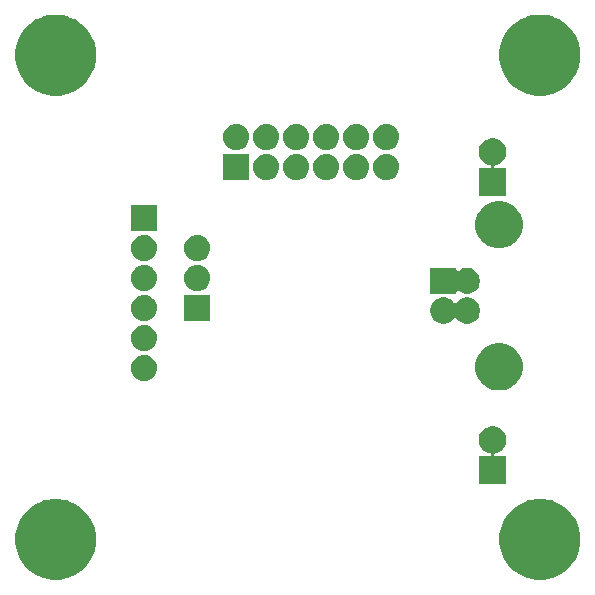
<source format=gbs>
G04 #@! TF.GenerationSoftware,KiCad,Pcbnew,(5.0.2)-1*
G04 #@! TF.CreationDate,2020-03-10T11:29:15-04:00*
G04 #@! TF.ProjectId,FTDI-USB-TTL-49MM,46544449-2d55-4534-922d-54544c2d3439,1*
G04 #@! TF.SameCoordinates,Original*
G04 #@! TF.FileFunction,Soldermask,Bot*
G04 #@! TF.FilePolarity,Negative*
%FSLAX46Y46*%
G04 Gerber Fmt 4.6, Leading zero omitted, Abs format (unit mm)*
G04 Created by KiCad (PCBNEW (5.0.2)-1) date 3/10/2020 11:29:15 AM*
%MOMM*%
%LPD*%
G01*
G04 APERTURE LIST*
%ADD10C,0.150000*%
G04 APERTURE END LIST*
D10*
G36*
X45668964Y-41636887D02*
X46000202Y-41702775D01*
X46258686Y-41809843D01*
X46624239Y-41961259D01*
X47185863Y-42336524D01*
X47663476Y-42814137D01*
X48038741Y-43375761D01*
X48297225Y-43999799D01*
X48429000Y-44662272D01*
X48429000Y-45337728D01*
X48297225Y-46000201D01*
X48038741Y-46624239D01*
X47663476Y-47185863D01*
X47185863Y-47663476D01*
X46624239Y-48038741D01*
X46258686Y-48190157D01*
X46000202Y-48297225D01*
X45668964Y-48363113D01*
X45337728Y-48429000D01*
X44662272Y-48429000D01*
X44331035Y-48363112D01*
X43999798Y-48297225D01*
X43741314Y-48190157D01*
X43375761Y-48038741D01*
X42814137Y-47663476D01*
X42336524Y-47185863D01*
X41961259Y-46624239D01*
X41702775Y-46000201D01*
X41571000Y-45337728D01*
X41571000Y-44662272D01*
X41702775Y-43999799D01*
X41961259Y-43375761D01*
X42336524Y-42814137D01*
X42814137Y-42336524D01*
X43375761Y-41961259D01*
X43741314Y-41809843D01*
X43999798Y-41702775D01*
X44331036Y-41636887D01*
X44662272Y-41571000D01*
X45337728Y-41571000D01*
X45668964Y-41636887D01*
X45668964Y-41636887D01*
G37*
G36*
X4668964Y-41636887D02*
X5000202Y-41702775D01*
X5258686Y-41809843D01*
X5624239Y-41961259D01*
X6185863Y-42336524D01*
X6663476Y-42814137D01*
X7038741Y-43375761D01*
X7297225Y-43999799D01*
X7429000Y-44662272D01*
X7429000Y-45337728D01*
X7297225Y-46000201D01*
X7038741Y-46624239D01*
X6663476Y-47185863D01*
X6185863Y-47663476D01*
X5624239Y-48038741D01*
X5258686Y-48190157D01*
X5000202Y-48297225D01*
X4668965Y-48363112D01*
X4337728Y-48429000D01*
X3662272Y-48429000D01*
X3331035Y-48363112D01*
X2999798Y-48297225D01*
X2741314Y-48190157D01*
X2375761Y-48038741D01*
X1814137Y-47663476D01*
X1336524Y-47185863D01*
X961259Y-46624239D01*
X702775Y-46000201D01*
X571000Y-45337728D01*
X571000Y-44662272D01*
X702775Y-43999799D01*
X961259Y-43375761D01*
X1336524Y-42814137D01*
X1814137Y-42336524D01*
X2375761Y-41961259D01*
X2741314Y-41809843D01*
X2999798Y-41702775D01*
X3331036Y-41636887D01*
X3662272Y-41571000D01*
X4337728Y-41571000D01*
X4668964Y-41636887D01*
X4668964Y-41636887D01*
G37*
G36*
X41336610Y-35466347D02*
X41546623Y-35553337D01*
X41735635Y-35679631D01*
X41896369Y-35840365D01*
X42022663Y-36029377D01*
X42109653Y-36239390D01*
X42154000Y-36462339D01*
X42154000Y-36689661D01*
X42109653Y-36912610D01*
X42022663Y-37122623D01*
X41896369Y-37311635D01*
X41735635Y-37472369D01*
X41546623Y-37598663D01*
X41336610Y-37685653D01*
X41192078Y-37714402D01*
X41168629Y-37721515D01*
X41147018Y-37733066D01*
X41128076Y-37748612D01*
X41112530Y-37767554D01*
X41100979Y-37789165D01*
X41093866Y-37812614D01*
X41091464Y-37837000D01*
X41093866Y-37861386D01*
X41100979Y-37884835D01*
X41112530Y-37906446D01*
X41128076Y-37925388D01*
X41147018Y-37940934D01*
X41168629Y-37952485D01*
X41192078Y-37959598D01*
X41216464Y-37962000D01*
X42154000Y-37962000D01*
X42154000Y-40270000D01*
X39846000Y-40270000D01*
X39846000Y-37962000D01*
X40783536Y-37962000D01*
X40807922Y-37959598D01*
X40831371Y-37952485D01*
X40852982Y-37940934D01*
X40871924Y-37925388D01*
X40887470Y-37906446D01*
X40899021Y-37884835D01*
X40906134Y-37861386D01*
X40908536Y-37837000D01*
X40906134Y-37812614D01*
X40899021Y-37789165D01*
X40887470Y-37767554D01*
X40871924Y-37748612D01*
X40852982Y-37733066D01*
X40831371Y-37721515D01*
X40807922Y-37714402D01*
X40663390Y-37685653D01*
X40453377Y-37598663D01*
X40264365Y-37472369D01*
X40103631Y-37311635D01*
X39977337Y-37122623D01*
X39890347Y-36912610D01*
X39846000Y-36689661D01*
X39846000Y-36462339D01*
X39890347Y-36239390D01*
X39977337Y-36029377D01*
X40103631Y-35840365D01*
X40264365Y-35679631D01*
X40453377Y-35553337D01*
X40663390Y-35466347D01*
X40886339Y-35422000D01*
X41113661Y-35422000D01*
X41336610Y-35466347D01*
X41336610Y-35466347D01*
G37*
G36*
X42124545Y-28457013D02*
X42489249Y-28608078D01*
X42817478Y-28827394D01*
X43096606Y-29106522D01*
X43315922Y-29434751D01*
X43466987Y-29799455D01*
X43544000Y-30186623D01*
X43544000Y-30581377D01*
X43466987Y-30968545D01*
X43315922Y-31333249D01*
X43096606Y-31661478D01*
X42817478Y-31940606D01*
X42489249Y-32159922D01*
X42124545Y-32310987D01*
X41737377Y-32388000D01*
X41342623Y-32388000D01*
X40955455Y-32310987D01*
X40590751Y-32159922D01*
X40262522Y-31940606D01*
X39983394Y-31661478D01*
X39764078Y-31333249D01*
X39613013Y-30968545D01*
X39536000Y-30581377D01*
X39536000Y-30186623D01*
X39613013Y-29799455D01*
X39764078Y-29434751D01*
X39983394Y-29106522D01*
X40262522Y-28827394D01*
X40590751Y-28608078D01*
X40955455Y-28457013D01*
X41342623Y-28380000D01*
X41737377Y-28380000D01*
X42124545Y-28457013D01*
X42124545Y-28457013D01*
G37*
G36*
X11716423Y-29391974D02*
X11924526Y-29455102D01*
X12116313Y-29557614D01*
X12284423Y-29695577D01*
X12422386Y-29863687D01*
X12524898Y-30055474D01*
X12588026Y-30263577D01*
X12609341Y-30480000D01*
X12588026Y-30696423D01*
X12524898Y-30904526D01*
X12422386Y-31096313D01*
X12422384Y-31096316D01*
X12422383Y-31096317D01*
X12284423Y-31264423D01*
X12200558Y-31333249D01*
X12116313Y-31402386D01*
X11924526Y-31504898D01*
X11716423Y-31568026D01*
X11554231Y-31584000D01*
X11445769Y-31584000D01*
X11283577Y-31568026D01*
X11075474Y-31504898D01*
X10883687Y-31402386D01*
X10799443Y-31333249D01*
X10715577Y-31264423D01*
X10577617Y-31096317D01*
X10577616Y-31096316D01*
X10577614Y-31096313D01*
X10475102Y-30904526D01*
X10411974Y-30696423D01*
X10390659Y-30480000D01*
X10411974Y-30263577D01*
X10475102Y-30055474D01*
X10577614Y-29863687D01*
X10715577Y-29695577D01*
X10883687Y-29557614D01*
X11075474Y-29455102D01*
X11283577Y-29391974D01*
X11445769Y-29376000D01*
X11554231Y-29376000D01*
X11716423Y-29391974D01*
X11716423Y-29391974D01*
G37*
G36*
X11716423Y-26851974D02*
X11924526Y-26915102D01*
X12116313Y-27017614D01*
X12284423Y-27155577D01*
X12422386Y-27323687D01*
X12524898Y-27515474D01*
X12588026Y-27723577D01*
X12609341Y-27940000D01*
X12588026Y-28156423D01*
X12524898Y-28364526D01*
X12422386Y-28556313D01*
X12422384Y-28556316D01*
X12422383Y-28556317D01*
X12284423Y-28724423D01*
X12158952Y-28827394D01*
X12116313Y-28862386D01*
X11924526Y-28964898D01*
X11716423Y-29028026D01*
X11554231Y-29044000D01*
X11445769Y-29044000D01*
X11283577Y-29028026D01*
X11075474Y-28964898D01*
X10883687Y-28862386D01*
X10841049Y-28827394D01*
X10715577Y-28724423D01*
X10577617Y-28556317D01*
X10577616Y-28556316D01*
X10577614Y-28556313D01*
X10475102Y-28364526D01*
X10411974Y-28156423D01*
X10390659Y-27940000D01*
X10411974Y-27723577D01*
X10475102Y-27515474D01*
X10577614Y-27323687D01*
X10715577Y-27155577D01*
X10883687Y-27017614D01*
X11075474Y-26915102D01*
X11283577Y-26851974D01*
X11445769Y-26836000D01*
X11554231Y-26836000D01*
X11716423Y-26851974D01*
X11716423Y-26851974D01*
G37*
G36*
X37152023Y-24552425D02*
X37352941Y-24635648D01*
X37533762Y-24756469D01*
X37687531Y-24910238D01*
X37726066Y-24967910D01*
X37741611Y-24986852D01*
X37760553Y-25002397D01*
X37782164Y-25013949D01*
X37805613Y-25021062D01*
X37830000Y-25023464D01*
X37854386Y-25021062D01*
X37877835Y-25013949D01*
X37899446Y-25002398D01*
X37918388Y-24986853D01*
X37933934Y-24967910D01*
X37972469Y-24910238D01*
X38126238Y-24756469D01*
X38307059Y-24635648D01*
X38507977Y-24552425D01*
X38721264Y-24510000D01*
X38938736Y-24510000D01*
X39152023Y-24552425D01*
X39352941Y-24635648D01*
X39533762Y-24756469D01*
X39687531Y-24910238D01*
X39808352Y-25091059D01*
X39891575Y-25291977D01*
X39934000Y-25505264D01*
X39934000Y-25722736D01*
X39891575Y-25936023D01*
X39808352Y-26136941D01*
X39687531Y-26317762D01*
X39533762Y-26471531D01*
X39352941Y-26592352D01*
X39152023Y-26675575D01*
X38938736Y-26718000D01*
X38721264Y-26718000D01*
X38507977Y-26675575D01*
X38307059Y-26592352D01*
X38126238Y-26471531D01*
X37972469Y-26317762D01*
X37933934Y-26260090D01*
X37918389Y-26241148D01*
X37899447Y-26225603D01*
X37877836Y-26214051D01*
X37854387Y-26206938D01*
X37830000Y-26204536D01*
X37805614Y-26206938D01*
X37782165Y-26214051D01*
X37760554Y-26225602D01*
X37741612Y-26241147D01*
X37726066Y-26260090D01*
X37687531Y-26317762D01*
X37533762Y-26471531D01*
X37352941Y-26592352D01*
X37152023Y-26675575D01*
X36938736Y-26718000D01*
X36721264Y-26718000D01*
X36507977Y-26675575D01*
X36307059Y-26592352D01*
X36126238Y-26471531D01*
X35972469Y-26317762D01*
X35851648Y-26136941D01*
X35768425Y-25936023D01*
X35726000Y-25722736D01*
X35726000Y-25505264D01*
X35768425Y-25291977D01*
X35851648Y-25091059D01*
X35972469Y-24910238D01*
X36126238Y-24756469D01*
X36307059Y-24635648D01*
X36507977Y-24552425D01*
X36721264Y-24510000D01*
X36938736Y-24510000D01*
X37152023Y-24552425D01*
X37152023Y-24552425D01*
G37*
G36*
X11716423Y-24311974D02*
X11924526Y-24375102D01*
X12116313Y-24477614D01*
X12116316Y-24477616D01*
X12116317Y-24477617D01*
X12284423Y-24615577D01*
X12400048Y-24756467D01*
X12422386Y-24783687D01*
X12524898Y-24975474D01*
X12588026Y-25183577D01*
X12609341Y-25400000D01*
X12588026Y-25616423D01*
X12524898Y-25824526D01*
X12422386Y-26016313D01*
X12422384Y-26016316D01*
X12422383Y-26016317D01*
X12284423Y-26184423D01*
X12121948Y-26317762D01*
X12116313Y-26322386D01*
X11924526Y-26424898D01*
X11716423Y-26488026D01*
X11554231Y-26504000D01*
X11445769Y-26504000D01*
X11283577Y-26488026D01*
X11075474Y-26424898D01*
X10883687Y-26322386D01*
X10878053Y-26317762D01*
X10715577Y-26184423D01*
X10577617Y-26016317D01*
X10577616Y-26016316D01*
X10577614Y-26016313D01*
X10475102Y-25824526D01*
X10411974Y-25616423D01*
X10390659Y-25400000D01*
X10411974Y-25183577D01*
X10475102Y-24975474D01*
X10577614Y-24783687D01*
X10599953Y-24756467D01*
X10715577Y-24615577D01*
X10883683Y-24477617D01*
X10883684Y-24477616D01*
X10883687Y-24477614D01*
X11075474Y-24375102D01*
X11283577Y-24311974D01*
X11445769Y-24296000D01*
X11554231Y-24296000D01*
X11716423Y-24311974D01*
X11716423Y-24311974D01*
G37*
G36*
X17104000Y-26504000D02*
X14896000Y-26504000D01*
X14896000Y-24296000D01*
X17104000Y-24296000D01*
X17104000Y-26504000D01*
X17104000Y-26504000D01*
G37*
G36*
X37934000Y-22151060D02*
X37936402Y-22175446D01*
X37943515Y-22198895D01*
X37955066Y-22220506D01*
X37970612Y-22239448D01*
X37989554Y-22254994D01*
X38011165Y-22266545D01*
X38034614Y-22273658D01*
X38059000Y-22276060D01*
X38083386Y-22273658D01*
X38106835Y-22266545D01*
X38128446Y-22254994D01*
X38307059Y-22135648D01*
X38507977Y-22052425D01*
X38721264Y-22010000D01*
X38938736Y-22010000D01*
X39152023Y-22052425D01*
X39352941Y-22135648D01*
X39533762Y-22256469D01*
X39687531Y-22410238D01*
X39808352Y-22591059D01*
X39891575Y-22791977D01*
X39934000Y-23005264D01*
X39934000Y-23222736D01*
X39891575Y-23436023D01*
X39808352Y-23636941D01*
X39687531Y-23817762D01*
X39533762Y-23971531D01*
X39352941Y-24092352D01*
X39152023Y-24175575D01*
X38938736Y-24218000D01*
X38721264Y-24218000D01*
X38507977Y-24175575D01*
X38307059Y-24092352D01*
X38128446Y-23973006D01*
X38106836Y-23961455D01*
X38083386Y-23954342D01*
X38059000Y-23951940D01*
X38034614Y-23954342D01*
X38011165Y-23961455D01*
X37989554Y-23973006D01*
X37970612Y-23988552D01*
X37955066Y-24007494D01*
X37943515Y-24029104D01*
X37936402Y-24052554D01*
X37934000Y-24076940D01*
X37934000Y-24218000D01*
X35726000Y-24218000D01*
X35726000Y-22010000D01*
X37934000Y-22010000D01*
X37934000Y-22151060D01*
X37934000Y-22151060D01*
G37*
G36*
X11716423Y-21771974D02*
X11924526Y-21835102D01*
X12116313Y-21937614D01*
X12116316Y-21937616D01*
X12116317Y-21937617D01*
X12256212Y-22052425D01*
X12284423Y-22075577D01*
X12422386Y-22243687D01*
X12524898Y-22435474D01*
X12588026Y-22643577D01*
X12609341Y-22860000D01*
X12588026Y-23076423D01*
X12524898Y-23284526D01*
X12422386Y-23476313D01*
X12284423Y-23644423D01*
X12116313Y-23782386D01*
X11924526Y-23884898D01*
X11716423Y-23948026D01*
X11554231Y-23964000D01*
X11445769Y-23964000D01*
X11283577Y-23948026D01*
X11075474Y-23884898D01*
X10883687Y-23782386D01*
X10715577Y-23644423D01*
X10577614Y-23476313D01*
X10475102Y-23284526D01*
X10411974Y-23076423D01*
X10390659Y-22860000D01*
X10411974Y-22643577D01*
X10475102Y-22435474D01*
X10577614Y-22243687D01*
X10715577Y-22075577D01*
X10743788Y-22052425D01*
X10883683Y-21937617D01*
X10883684Y-21937616D01*
X10883687Y-21937614D01*
X11075474Y-21835102D01*
X11283577Y-21771974D01*
X11445769Y-21756000D01*
X11554231Y-21756000D01*
X11716423Y-21771974D01*
X11716423Y-21771974D01*
G37*
G36*
X16216423Y-21771974D02*
X16424526Y-21835102D01*
X16616313Y-21937614D01*
X16616316Y-21937616D01*
X16616317Y-21937617D01*
X16756212Y-22052425D01*
X16784423Y-22075577D01*
X16922386Y-22243687D01*
X17024898Y-22435474D01*
X17088026Y-22643577D01*
X17109341Y-22860000D01*
X17088026Y-23076423D01*
X17024898Y-23284526D01*
X16922386Y-23476313D01*
X16784423Y-23644423D01*
X16616313Y-23782386D01*
X16424526Y-23884898D01*
X16216423Y-23948026D01*
X16054231Y-23964000D01*
X15945769Y-23964000D01*
X15783577Y-23948026D01*
X15575474Y-23884898D01*
X15383687Y-23782386D01*
X15215577Y-23644423D01*
X15077614Y-23476313D01*
X14975102Y-23284526D01*
X14911974Y-23076423D01*
X14890659Y-22860000D01*
X14911974Y-22643577D01*
X14975102Y-22435474D01*
X15077614Y-22243687D01*
X15215577Y-22075577D01*
X15243788Y-22052425D01*
X15383683Y-21937617D01*
X15383684Y-21937616D01*
X15383687Y-21937614D01*
X15575474Y-21835102D01*
X15783577Y-21771974D01*
X15945769Y-21756000D01*
X16054231Y-21756000D01*
X16216423Y-21771974D01*
X16216423Y-21771974D01*
G37*
G36*
X11716423Y-19231974D02*
X11924526Y-19295102D01*
X12116313Y-19397614D01*
X12116316Y-19397616D01*
X12116317Y-19397617D01*
X12284423Y-19535577D01*
X12354920Y-19621478D01*
X12422386Y-19703687D01*
X12524898Y-19895474D01*
X12588026Y-20103577D01*
X12609341Y-20320000D01*
X12588026Y-20536423D01*
X12524898Y-20744526D01*
X12422386Y-20936313D01*
X12284423Y-21104423D01*
X12116313Y-21242386D01*
X11924526Y-21344898D01*
X11716423Y-21408026D01*
X11554231Y-21424000D01*
X11445769Y-21424000D01*
X11283577Y-21408026D01*
X11075474Y-21344898D01*
X10883687Y-21242386D01*
X10715577Y-21104423D01*
X10577614Y-20936313D01*
X10475102Y-20744526D01*
X10411974Y-20536423D01*
X10390659Y-20320000D01*
X10411974Y-20103577D01*
X10475102Y-19895474D01*
X10577614Y-19703687D01*
X10645081Y-19621478D01*
X10715577Y-19535577D01*
X10883683Y-19397617D01*
X10883684Y-19397616D01*
X10883687Y-19397614D01*
X11075474Y-19295102D01*
X11283577Y-19231974D01*
X11445769Y-19216000D01*
X11554231Y-19216000D01*
X11716423Y-19231974D01*
X11716423Y-19231974D01*
G37*
G36*
X16216423Y-19231974D02*
X16424526Y-19295102D01*
X16616313Y-19397614D01*
X16616316Y-19397616D01*
X16616317Y-19397617D01*
X16784423Y-19535577D01*
X16854920Y-19621478D01*
X16922386Y-19703687D01*
X17024898Y-19895474D01*
X17088026Y-20103577D01*
X17109341Y-20320000D01*
X17088026Y-20536423D01*
X17024898Y-20744526D01*
X16922386Y-20936313D01*
X16784423Y-21104423D01*
X16616313Y-21242386D01*
X16424526Y-21344898D01*
X16216423Y-21408026D01*
X16054231Y-21424000D01*
X15945769Y-21424000D01*
X15783577Y-21408026D01*
X15575474Y-21344898D01*
X15383687Y-21242386D01*
X15215577Y-21104423D01*
X15077614Y-20936313D01*
X14975102Y-20744526D01*
X14911974Y-20536423D01*
X14890659Y-20320000D01*
X14911974Y-20103577D01*
X14975102Y-19895474D01*
X15077614Y-19703687D01*
X15145081Y-19621478D01*
X15215577Y-19535577D01*
X15383683Y-19397617D01*
X15383684Y-19397616D01*
X15383687Y-19397614D01*
X15575474Y-19295102D01*
X15783577Y-19231974D01*
X15945769Y-19216000D01*
X16054231Y-19216000D01*
X16216423Y-19231974D01*
X16216423Y-19231974D01*
G37*
G36*
X42124545Y-16417013D02*
X42489249Y-16568078D01*
X42817478Y-16787394D01*
X43096606Y-17066522D01*
X43315922Y-17394751D01*
X43466987Y-17759455D01*
X43544000Y-18146623D01*
X43544000Y-18541377D01*
X43466987Y-18928545D01*
X43315922Y-19293249D01*
X43096606Y-19621478D01*
X42817478Y-19900606D01*
X42489249Y-20119922D01*
X42124545Y-20270987D01*
X41737377Y-20348000D01*
X41342623Y-20348000D01*
X40955455Y-20270987D01*
X40590751Y-20119922D01*
X40262522Y-19900606D01*
X39983394Y-19621478D01*
X39764078Y-19293249D01*
X39613013Y-18928545D01*
X39536000Y-18541377D01*
X39536000Y-18146623D01*
X39613013Y-17759455D01*
X39764078Y-17394751D01*
X39983394Y-17066522D01*
X40262522Y-16787394D01*
X40590751Y-16568078D01*
X40955455Y-16417013D01*
X41342623Y-16340000D01*
X41737377Y-16340000D01*
X42124545Y-16417013D01*
X42124545Y-16417013D01*
G37*
G36*
X12604000Y-18884000D02*
X10396000Y-18884000D01*
X10396000Y-16676000D01*
X12604000Y-16676000D01*
X12604000Y-18884000D01*
X12604000Y-18884000D01*
G37*
G36*
X41336610Y-11080347D02*
X41546623Y-11167337D01*
X41735635Y-11293631D01*
X41896369Y-11454365D01*
X42022663Y-11643377D01*
X42109653Y-11853390D01*
X42154000Y-12076339D01*
X42154000Y-12303661D01*
X42109653Y-12526610D01*
X42022663Y-12736623D01*
X41896369Y-12925635D01*
X41735635Y-13086369D01*
X41546623Y-13212663D01*
X41336610Y-13299653D01*
X41192078Y-13328402D01*
X41168629Y-13335515D01*
X41147018Y-13347066D01*
X41128076Y-13362612D01*
X41112530Y-13381554D01*
X41100979Y-13403165D01*
X41093866Y-13426614D01*
X41091464Y-13451000D01*
X41093866Y-13475386D01*
X41100979Y-13498835D01*
X41112530Y-13520446D01*
X41128076Y-13539388D01*
X41147018Y-13554934D01*
X41168629Y-13566485D01*
X41192078Y-13573598D01*
X41216464Y-13576000D01*
X42154000Y-13576000D01*
X42154000Y-15884000D01*
X39846000Y-15884000D01*
X39846000Y-13576000D01*
X40783536Y-13576000D01*
X40807922Y-13573598D01*
X40831371Y-13566485D01*
X40852982Y-13554934D01*
X40871924Y-13539388D01*
X40887470Y-13520446D01*
X40899021Y-13498835D01*
X40906134Y-13475386D01*
X40908536Y-13451000D01*
X40906134Y-13426614D01*
X40899021Y-13403165D01*
X40887470Y-13381554D01*
X40871924Y-13362612D01*
X40852982Y-13347066D01*
X40831371Y-13335515D01*
X40807922Y-13328402D01*
X40663390Y-13299653D01*
X40453377Y-13212663D01*
X40264365Y-13086369D01*
X40103631Y-12925635D01*
X39977337Y-12736623D01*
X39890347Y-12526610D01*
X39846000Y-12303661D01*
X39846000Y-12076339D01*
X39890347Y-11853390D01*
X39977337Y-11643377D01*
X40103631Y-11454365D01*
X40264365Y-11293631D01*
X40453377Y-11167337D01*
X40663390Y-11080347D01*
X40886339Y-11036000D01*
X41113661Y-11036000D01*
X41336610Y-11080347D01*
X41336610Y-11080347D01*
G37*
G36*
X32220423Y-12373974D02*
X32428526Y-12437102D01*
X32620313Y-12539614D01*
X32788423Y-12677577D01*
X32926386Y-12845687D01*
X33028898Y-13037474D01*
X33092026Y-13245577D01*
X33113341Y-13462000D01*
X33092026Y-13678423D01*
X33028898Y-13886526D01*
X32926386Y-14078313D01*
X32788423Y-14246423D01*
X32620313Y-14384386D01*
X32428526Y-14486898D01*
X32220423Y-14550026D01*
X32058231Y-14566000D01*
X31949769Y-14566000D01*
X31787577Y-14550026D01*
X31579474Y-14486898D01*
X31387687Y-14384386D01*
X31219577Y-14246423D01*
X31081614Y-14078313D01*
X30979102Y-13886526D01*
X30915974Y-13678423D01*
X30894659Y-13462000D01*
X30915974Y-13245577D01*
X30979102Y-13037474D01*
X31081614Y-12845687D01*
X31219577Y-12677577D01*
X31387687Y-12539614D01*
X31579474Y-12437102D01*
X31787577Y-12373974D01*
X31949769Y-12358000D01*
X32058231Y-12358000D01*
X32220423Y-12373974D01*
X32220423Y-12373974D01*
G37*
G36*
X29680423Y-12373974D02*
X29888526Y-12437102D01*
X30080313Y-12539614D01*
X30248423Y-12677577D01*
X30386386Y-12845687D01*
X30488898Y-13037474D01*
X30552026Y-13245577D01*
X30573341Y-13462000D01*
X30552026Y-13678423D01*
X30488898Y-13886526D01*
X30386386Y-14078313D01*
X30248423Y-14246423D01*
X30080313Y-14384386D01*
X29888526Y-14486898D01*
X29680423Y-14550026D01*
X29518231Y-14566000D01*
X29409769Y-14566000D01*
X29247577Y-14550026D01*
X29039474Y-14486898D01*
X28847687Y-14384386D01*
X28679577Y-14246423D01*
X28541614Y-14078313D01*
X28439102Y-13886526D01*
X28375974Y-13678423D01*
X28354659Y-13462000D01*
X28375974Y-13245577D01*
X28439102Y-13037474D01*
X28541614Y-12845687D01*
X28679577Y-12677577D01*
X28847687Y-12539614D01*
X29039474Y-12437102D01*
X29247577Y-12373974D01*
X29409769Y-12358000D01*
X29518231Y-12358000D01*
X29680423Y-12373974D01*
X29680423Y-12373974D01*
G37*
G36*
X24600423Y-12373974D02*
X24808526Y-12437102D01*
X25000313Y-12539614D01*
X25168423Y-12677577D01*
X25306386Y-12845687D01*
X25408898Y-13037474D01*
X25472026Y-13245577D01*
X25493341Y-13462000D01*
X25472026Y-13678423D01*
X25408898Y-13886526D01*
X25306386Y-14078313D01*
X25168423Y-14246423D01*
X25000313Y-14384386D01*
X24808526Y-14486898D01*
X24600423Y-14550026D01*
X24438231Y-14566000D01*
X24329769Y-14566000D01*
X24167577Y-14550026D01*
X23959474Y-14486898D01*
X23767687Y-14384386D01*
X23599577Y-14246423D01*
X23461614Y-14078313D01*
X23359102Y-13886526D01*
X23295974Y-13678423D01*
X23274659Y-13462000D01*
X23295974Y-13245577D01*
X23359102Y-13037474D01*
X23461614Y-12845687D01*
X23599577Y-12677577D01*
X23767687Y-12539614D01*
X23959474Y-12437102D01*
X24167577Y-12373974D01*
X24329769Y-12358000D01*
X24438231Y-12358000D01*
X24600423Y-12373974D01*
X24600423Y-12373974D01*
G37*
G36*
X22060423Y-12373974D02*
X22268526Y-12437102D01*
X22460313Y-12539614D01*
X22628423Y-12677577D01*
X22766386Y-12845687D01*
X22868898Y-13037474D01*
X22932026Y-13245577D01*
X22953341Y-13462000D01*
X22932026Y-13678423D01*
X22868898Y-13886526D01*
X22766386Y-14078313D01*
X22628423Y-14246423D01*
X22460313Y-14384386D01*
X22268526Y-14486898D01*
X22060423Y-14550026D01*
X21898231Y-14566000D01*
X21789769Y-14566000D01*
X21627577Y-14550026D01*
X21419474Y-14486898D01*
X21227687Y-14384386D01*
X21059577Y-14246423D01*
X20921614Y-14078313D01*
X20819102Y-13886526D01*
X20755974Y-13678423D01*
X20734659Y-13462000D01*
X20755974Y-13245577D01*
X20819102Y-13037474D01*
X20921614Y-12845687D01*
X21059577Y-12677577D01*
X21227687Y-12539614D01*
X21419474Y-12437102D01*
X21627577Y-12373974D01*
X21789769Y-12358000D01*
X21898231Y-12358000D01*
X22060423Y-12373974D01*
X22060423Y-12373974D01*
G37*
G36*
X20408000Y-14566000D02*
X18200000Y-14566000D01*
X18200000Y-12358000D01*
X20408000Y-12358000D01*
X20408000Y-14566000D01*
X20408000Y-14566000D01*
G37*
G36*
X27140423Y-12373974D02*
X27348526Y-12437102D01*
X27540313Y-12539614D01*
X27708423Y-12677577D01*
X27846386Y-12845687D01*
X27948898Y-13037474D01*
X28012026Y-13245577D01*
X28033341Y-13462000D01*
X28012026Y-13678423D01*
X27948898Y-13886526D01*
X27846386Y-14078313D01*
X27708423Y-14246423D01*
X27540313Y-14384386D01*
X27348526Y-14486898D01*
X27140423Y-14550026D01*
X26978231Y-14566000D01*
X26869769Y-14566000D01*
X26707577Y-14550026D01*
X26499474Y-14486898D01*
X26307687Y-14384386D01*
X26139577Y-14246423D01*
X26001614Y-14078313D01*
X25899102Y-13886526D01*
X25835974Y-13678423D01*
X25814659Y-13462000D01*
X25835974Y-13245577D01*
X25899102Y-13037474D01*
X26001614Y-12845687D01*
X26139577Y-12677577D01*
X26307687Y-12539614D01*
X26499474Y-12437102D01*
X26707577Y-12373974D01*
X26869769Y-12358000D01*
X26978231Y-12358000D01*
X27140423Y-12373974D01*
X27140423Y-12373974D01*
G37*
G36*
X19520423Y-9833974D02*
X19728526Y-9897102D01*
X19920313Y-9999614D01*
X20088423Y-10137577D01*
X20226386Y-10305687D01*
X20328898Y-10497474D01*
X20392026Y-10705577D01*
X20413341Y-10922000D01*
X20392026Y-11138423D01*
X20328898Y-11346526D01*
X20226386Y-11538313D01*
X20088423Y-11706423D01*
X19920313Y-11844386D01*
X19728526Y-11946898D01*
X19520423Y-12010026D01*
X19358231Y-12026000D01*
X19249769Y-12026000D01*
X19087577Y-12010026D01*
X18879474Y-11946898D01*
X18687687Y-11844386D01*
X18519577Y-11706423D01*
X18381614Y-11538313D01*
X18279102Y-11346526D01*
X18215974Y-11138423D01*
X18194659Y-10922000D01*
X18215974Y-10705577D01*
X18279102Y-10497474D01*
X18381614Y-10305687D01*
X18519577Y-10137577D01*
X18687687Y-9999614D01*
X18879474Y-9897102D01*
X19087577Y-9833974D01*
X19249769Y-9818000D01*
X19358231Y-9818000D01*
X19520423Y-9833974D01*
X19520423Y-9833974D01*
G37*
G36*
X32220423Y-9833974D02*
X32428526Y-9897102D01*
X32620313Y-9999614D01*
X32788423Y-10137577D01*
X32926386Y-10305687D01*
X33028898Y-10497474D01*
X33092026Y-10705577D01*
X33113341Y-10922000D01*
X33092026Y-11138423D01*
X33028898Y-11346526D01*
X32926386Y-11538313D01*
X32788423Y-11706423D01*
X32620313Y-11844386D01*
X32428526Y-11946898D01*
X32220423Y-12010026D01*
X32058231Y-12026000D01*
X31949769Y-12026000D01*
X31787577Y-12010026D01*
X31579474Y-11946898D01*
X31387687Y-11844386D01*
X31219577Y-11706423D01*
X31081614Y-11538313D01*
X30979102Y-11346526D01*
X30915974Y-11138423D01*
X30894659Y-10922000D01*
X30915974Y-10705577D01*
X30979102Y-10497474D01*
X31081614Y-10305687D01*
X31219577Y-10137577D01*
X31387687Y-9999614D01*
X31579474Y-9897102D01*
X31787577Y-9833974D01*
X31949769Y-9818000D01*
X32058231Y-9818000D01*
X32220423Y-9833974D01*
X32220423Y-9833974D01*
G37*
G36*
X29680423Y-9833974D02*
X29888526Y-9897102D01*
X30080313Y-9999614D01*
X30248423Y-10137577D01*
X30386386Y-10305687D01*
X30488898Y-10497474D01*
X30552026Y-10705577D01*
X30573341Y-10922000D01*
X30552026Y-11138423D01*
X30488898Y-11346526D01*
X30386386Y-11538313D01*
X30248423Y-11706423D01*
X30080313Y-11844386D01*
X29888526Y-11946898D01*
X29680423Y-12010026D01*
X29518231Y-12026000D01*
X29409769Y-12026000D01*
X29247577Y-12010026D01*
X29039474Y-11946898D01*
X28847687Y-11844386D01*
X28679577Y-11706423D01*
X28541614Y-11538313D01*
X28439102Y-11346526D01*
X28375974Y-11138423D01*
X28354659Y-10922000D01*
X28375974Y-10705577D01*
X28439102Y-10497474D01*
X28541614Y-10305687D01*
X28679577Y-10137577D01*
X28847687Y-9999614D01*
X29039474Y-9897102D01*
X29247577Y-9833974D01*
X29409769Y-9818000D01*
X29518231Y-9818000D01*
X29680423Y-9833974D01*
X29680423Y-9833974D01*
G37*
G36*
X27140423Y-9833974D02*
X27348526Y-9897102D01*
X27540313Y-9999614D01*
X27708423Y-10137577D01*
X27846386Y-10305687D01*
X27948898Y-10497474D01*
X28012026Y-10705577D01*
X28033341Y-10922000D01*
X28012026Y-11138423D01*
X27948898Y-11346526D01*
X27846386Y-11538313D01*
X27708423Y-11706423D01*
X27540313Y-11844386D01*
X27348526Y-11946898D01*
X27140423Y-12010026D01*
X26978231Y-12026000D01*
X26869769Y-12026000D01*
X26707577Y-12010026D01*
X26499474Y-11946898D01*
X26307687Y-11844386D01*
X26139577Y-11706423D01*
X26001614Y-11538313D01*
X25899102Y-11346526D01*
X25835974Y-11138423D01*
X25814659Y-10922000D01*
X25835974Y-10705577D01*
X25899102Y-10497474D01*
X26001614Y-10305687D01*
X26139577Y-10137577D01*
X26307687Y-9999614D01*
X26499474Y-9897102D01*
X26707577Y-9833974D01*
X26869769Y-9818000D01*
X26978231Y-9818000D01*
X27140423Y-9833974D01*
X27140423Y-9833974D01*
G37*
G36*
X24600423Y-9833974D02*
X24808526Y-9897102D01*
X25000313Y-9999614D01*
X25168423Y-10137577D01*
X25306386Y-10305687D01*
X25408898Y-10497474D01*
X25472026Y-10705577D01*
X25493341Y-10922000D01*
X25472026Y-11138423D01*
X25408898Y-11346526D01*
X25306386Y-11538313D01*
X25168423Y-11706423D01*
X25000313Y-11844386D01*
X24808526Y-11946898D01*
X24600423Y-12010026D01*
X24438231Y-12026000D01*
X24329769Y-12026000D01*
X24167577Y-12010026D01*
X23959474Y-11946898D01*
X23767687Y-11844386D01*
X23599577Y-11706423D01*
X23461614Y-11538313D01*
X23359102Y-11346526D01*
X23295974Y-11138423D01*
X23274659Y-10922000D01*
X23295974Y-10705577D01*
X23359102Y-10497474D01*
X23461614Y-10305687D01*
X23599577Y-10137577D01*
X23767687Y-9999614D01*
X23959474Y-9897102D01*
X24167577Y-9833974D01*
X24329769Y-9818000D01*
X24438231Y-9818000D01*
X24600423Y-9833974D01*
X24600423Y-9833974D01*
G37*
G36*
X22060423Y-9833974D02*
X22268526Y-9897102D01*
X22460313Y-9999614D01*
X22628423Y-10137577D01*
X22766386Y-10305687D01*
X22868898Y-10497474D01*
X22932026Y-10705577D01*
X22953341Y-10922000D01*
X22932026Y-11138423D01*
X22868898Y-11346526D01*
X22766386Y-11538313D01*
X22628423Y-11706423D01*
X22460313Y-11844386D01*
X22268526Y-11946898D01*
X22060423Y-12010026D01*
X21898231Y-12026000D01*
X21789769Y-12026000D01*
X21627577Y-12010026D01*
X21419474Y-11946898D01*
X21227687Y-11844386D01*
X21059577Y-11706423D01*
X20921614Y-11538313D01*
X20819102Y-11346526D01*
X20755974Y-11138423D01*
X20734659Y-10922000D01*
X20755974Y-10705577D01*
X20819102Y-10497474D01*
X20921614Y-10305687D01*
X21059577Y-10137577D01*
X21227687Y-9999614D01*
X21419474Y-9897102D01*
X21627577Y-9833974D01*
X21789769Y-9818000D01*
X21898231Y-9818000D01*
X22060423Y-9833974D01*
X22060423Y-9833974D01*
G37*
G36*
X4668964Y-636887D02*
X5000202Y-702775D01*
X5258686Y-809843D01*
X5624239Y-961259D01*
X6185863Y-1336524D01*
X6663476Y-1814137D01*
X7038741Y-2375761D01*
X7297225Y-2999799D01*
X7429000Y-3662272D01*
X7429000Y-4337728D01*
X7297225Y-5000201D01*
X7038741Y-5624239D01*
X6663476Y-6185863D01*
X6185863Y-6663476D01*
X5624239Y-7038741D01*
X5258686Y-7190157D01*
X5000202Y-7297225D01*
X4668965Y-7363112D01*
X4337728Y-7429000D01*
X3662272Y-7429000D01*
X3331035Y-7363112D01*
X2999798Y-7297225D01*
X2741314Y-7190157D01*
X2375761Y-7038741D01*
X1814137Y-6663476D01*
X1336524Y-6185863D01*
X961259Y-5624239D01*
X702775Y-5000201D01*
X571000Y-4337728D01*
X571000Y-3662272D01*
X702775Y-2999799D01*
X961259Y-2375761D01*
X1336524Y-1814137D01*
X1814137Y-1336524D01*
X2375761Y-961259D01*
X2741314Y-809843D01*
X2999798Y-702775D01*
X3331036Y-636887D01*
X3662272Y-571000D01*
X4337728Y-571000D01*
X4668964Y-636887D01*
X4668964Y-636887D01*
G37*
G36*
X45668965Y-636888D02*
X46000202Y-702775D01*
X46258686Y-809843D01*
X46624239Y-961259D01*
X47185863Y-1336524D01*
X47663476Y-1814137D01*
X48038741Y-2375761D01*
X48297225Y-2999799D01*
X48429000Y-3662272D01*
X48429000Y-4337728D01*
X48297225Y-5000201D01*
X48038741Y-5624239D01*
X47663476Y-6185863D01*
X47185863Y-6663476D01*
X46624239Y-7038741D01*
X46258686Y-7190157D01*
X46000202Y-7297225D01*
X45668965Y-7363112D01*
X45337728Y-7429000D01*
X44662272Y-7429000D01*
X44331035Y-7363112D01*
X43999798Y-7297225D01*
X43741314Y-7190157D01*
X43375761Y-7038741D01*
X42814137Y-6663476D01*
X42336524Y-6185863D01*
X41961259Y-5624239D01*
X41702775Y-5000201D01*
X41571000Y-4337728D01*
X41571000Y-3662272D01*
X41702775Y-2999799D01*
X41961259Y-2375761D01*
X42336524Y-1814137D01*
X42814137Y-1336524D01*
X43375761Y-961259D01*
X43741314Y-809843D01*
X43999798Y-702775D01*
X44331035Y-636888D01*
X44662272Y-571000D01*
X45337728Y-571000D01*
X45668965Y-636888D01*
X45668965Y-636888D01*
G37*
M02*

</source>
